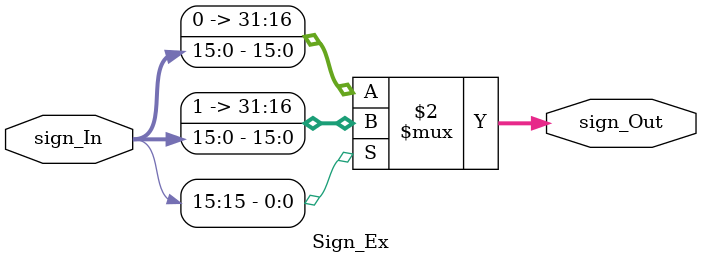
<source format=v>
module Sign_Ex
	(
		input [15:0] sign_In,
		output [31:0] sign_Out
	);

	assign sign_Out = (sign_In[15] == 1'b0) ? {16'b0, sign_In} : {16'b1111111111111111, sign_In};

endmodule // Sign_Ex
</source>
